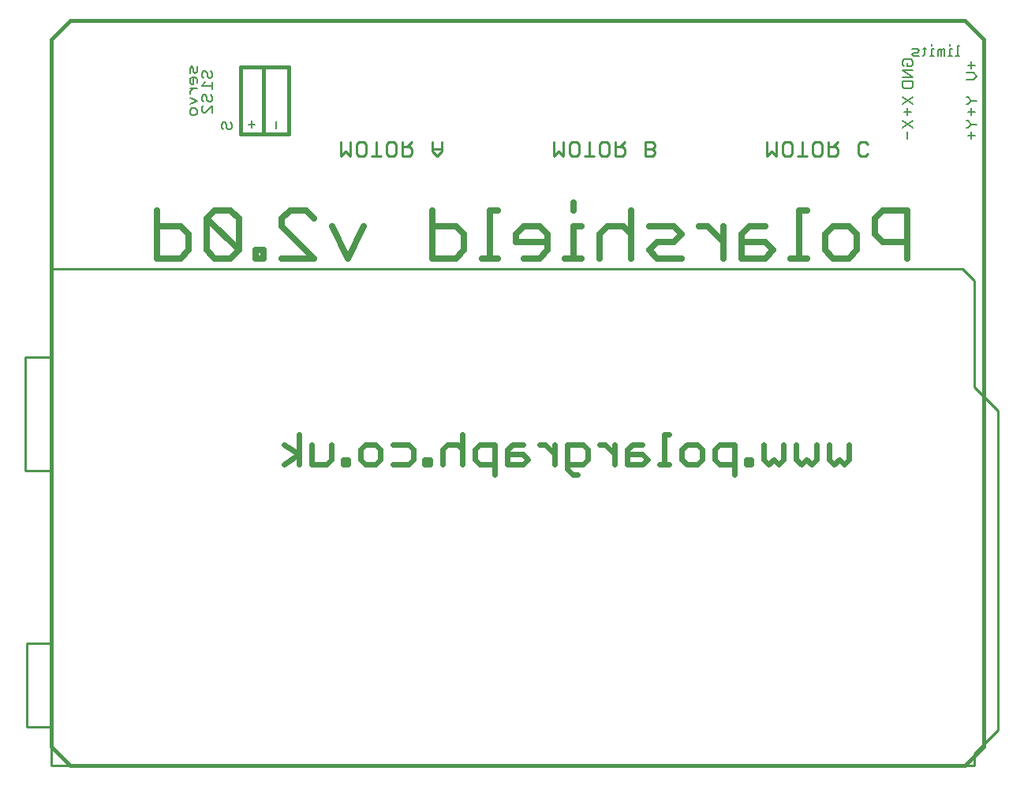
<source format=gbo>
G75*
%MOIN*%
%OFA0B0*%
%FSLAX24Y24*%
%IPPOS*%
%LPD*%
%AMOC8*
5,1,8,0,0,1.08239X$1,22.5*
%
%ADD10C,0.0160*%
%ADD11C,0.0280*%
%ADD12C,0.0230*%
%ADD13C,0.0060*%
%ADD14C,0.0100*%
D10*
X002180Y002467D02*
X002967Y001680D01*
X040763Y001680D01*
X041550Y002467D01*
X041550Y032389D01*
X040763Y033176D01*
X002967Y033176D01*
X002180Y032389D01*
X002180Y002467D01*
X010156Y028372D02*
X010156Y031224D01*
X011141Y031224D01*
X012186Y031224D01*
X012186Y028372D01*
X011141Y028372D01*
X010156Y028372D01*
X011141Y028372D02*
X011141Y031224D01*
D11*
X012249Y025146D02*
X012923Y025146D01*
X013260Y024809D01*
X014030Y024473D02*
X014704Y023125D01*
X015378Y024473D01*
X013260Y023125D02*
X011913Y024473D01*
X011913Y024809D01*
X012249Y025146D01*
X011143Y023462D02*
X010806Y023462D01*
X010806Y023125D01*
X011143Y023125D01*
X011143Y023462D01*
X011913Y023125D02*
X013260Y023125D01*
X010084Y023462D02*
X009747Y023125D01*
X009073Y023125D01*
X008736Y023462D01*
X008736Y024809D01*
X010084Y023462D01*
X010084Y024809D01*
X009747Y025146D01*
X009073Y025146D01*
X008736Y024809D01*
X007966Y024136D02*
X007629Y024473D01*
X006618Y024473D01*
X006618Y025146D02*
X006618Y023125D01*
X007629Y023125D01*
X007966Y023462D01*
X007966Y024136D01*
X018266Y024473D02*
X019277Y024473D01*
X019614Y024136D01*
X019614Y023462D01*
X019277Y023125D01*
X018266Y023125D01*
X018266Y025146D01*
X020689Y025146D02*
X020689Y023125D01*
X021026Y023125D02*
X020352Y023125D01*
X021796Y023799D02*
X021796Y024136D01*
X022133Y024473D01*
X022807Y024473D01*
X023143Y024136D01*
X023143Y023462D01*
X022807Y023125D01*
X022133Y023125D01*
X021796Y023799D02*
X023143Y023799D01*
X023881Y023125D02*
X024555Y023125D01*
X024218Y023125D02*
X024218Y024473D01*
X024555Y024473D01*
X024218Y025146D02*
X024218Y025483D01*
X025325Y024136D02*
X025662Y024473D01*
X026336Y024473D01*
X026673Y024136D01*
X027443Y024473D02*
X028454Y024473D01*
X028791Y024136D01*
X028454Y023799D01*
X027780Y023799D01*
X027443Y023462D01*
X027780Y023125D01*
X028791Y023125D01*
X029545Y024473D02*
X029882Y024473D01*
X030556Y023799D01*
X031326Y023799D02*
X032337Y023799D01*
X032674Y023462D01*
X032337Y023125D01*
X031326Y023125D01*
X031326Y024136D01*
X031663Y024473D01*
X032337Y024473D01*
X033749Y025146D02*
X033749Y023125D01*
X034085Y023125D02*
X033412Y023125D01*
X034855Y023462D02*
X034855Y024136D01*
X035192Y024473D01*
X035866Y024473D01*
X036203Y024136D01*
X036203Y023462D01*
X035866Y023125D01*
X035192Y023125D01*
X034855Y023462D01*
X034085Y025146D02*
X033749Y025146D01*
X030556Y024473D02*
X030556Y023125D01*
X026673Y023125D02*
X026673Y025146D01*
X025325Y024136D02*
X025325Y023125D01*
X021026Y025146D02*
X020689Y025146D01*
X036973Y024809D02*
X036973Y024136D01*
X037310Y023799D01*
X038321Y023799D01*
X038321Y023125D02*
X038321Y025146D01*
X037310Y025146D01*
X036973Y024809D01*
D12*
X028280Y015680D02*
X028068Y015680D01*
X028068Y014409D01*
X028280Y014409D02*
X027856Y014409D01*
X027359Y014621D02*
X027147Y014833D01*
X026511Y014833D01*
X026511Y015045D02*
X026511Y014409D01*
X027147Y014409D01*
X027359Y014621D01*
X027147Y015257D02*
X026723Y015257D01*
X026511Y015045D01*
X025978Y015257D02*
X025978Y014409D01*
X025978Y014833D02*
X025554Y015257D01*
X025342Y015257D01*
X024827Y015045D02*
X024827Y014621D01*
X024615Y014409D01*
X023979Y014409D01*
X023979Y014197D02*
X023979Y015257D01*
X024615Y015257D01*
X024827Y015045D01*
X024403Y013985D02*
X024191Y013985D01*
X023979Y014197D01*
X023445Y014409D02*
X023445Y015257D01*
X023022Y015257D02*
X023445Y014833D01*
X023022Y015257D02*
X022810Y015257D01*
X022083Y015257D02*
X021659Y015257D01*
X021447Y015045D01*
X021447Y014409D01*
X022083Y014409D01*
X022294Y014621D01*
X022083Y014833D01*
X021447Y014833D01*
X020913Y015257D02*
X020278Y015257D01*
X020066Y015045D01*
X020066Y014621D01*
X020278Y014409D01*
X020913Y014409D01*
X020913Y013985D02*
X020913Y015257D01*
X019532Y015045D02*
X019320Y015257D01*
X018897Y015257D01*
X018685Y015045D01*
X018685Y014409D01*
X018151Y014409D02*
X017939Y014409D01*
X017939Y014621D01*
X018151Y014621D01*
X018151Y014409D01*
X017460Y014621D02*
X017248Y014409D01*
X016613Y014409D01*
X016079Y014621D02*
X016079Y015045D01*
X015867Y015257D01*
X015444Y015257D01*
X015232Y015045D01*
X015232Y014621D01*
X015444Y014409D01*
X015867Y014409D01*
X016079Y014621D01*
X016613Y015257D02*
X017248Y015257D01*
X017460Y015045D01*
X017460Y014621D01*
X019532Y014409D02*
X019532Y015680D01*
X014698Y014621D02*
X014486Y014621D01*
X014486Y014409D01*
X014698Y014409D01*
X014698Y014621D01*
X014007Y014621D02*
X013795Y014409D01*
X013160Y014409D01*
X013160Y015257D01*
X012626Y015680D02*
X012626Y014409D01*
X012626Y014833D02*
X011991Y015257D01*
X012626Y014833D02*
X011991Y014409D01*
X014007Y014621D02*
X014007Y015257D01*
X028813Y015045D02*
X028813Y014621D01*
X029025Y014409D01*
X029449Y014409D01*
X029661Y014621D01*
X029661Y015045D01*
X029449Y015257D01*
X029025Y015257D01*
X028813Y015045D01*
X030195Y015045D02*
X030195Y014621D01*
X030406Y014409D01*
X031042Y014409D01*
X031042Y013985D02*
X031042Y015257D01*
X030406Y015257D01*
X030195Y015045D01*
X031521Y014621D02*
X031521Y014409D01*
X031732Y014409D01*
X031732Y014621D01*
X031521Y014621D01*
X032266Y014621D02*
X032266Y015257D01*
X032266Y014621D02*
X032478Y014409D01*
X032690Y014621D01*
X032902Y014409D01*
X033114Y014621D01*
X033114Y015257D01*
X033647Y015257D02*
X033647Y014621D01*
X033859Y014409D01*
X034071Y014621D01*
X034283Y014409D01*
X034495Y014621D01*
X034495Y015257D01*
X035029Y015257D02*
X035029Y014621D01*
X035240Y014409D01*
X035452Y014621D01*
X035664Y014409D01*
X035876Y014621D01*
X035876Y015257D01*
D13*
X038345Y028174D02*
X038345Y028467D01*
X038125Y028634D02*
X038565Y028928D01*
X038565Y028634D02*
X038125Y028928D01*
X038345Y029174D02*
X038345Y029467D01*
X038198Y029320D02*
X038492Y029320D01*
X038565Y029634D02*
X038125Y029928D01*
X038125Y029634D02*
X038565Y029928D01*
X038492Y030313D02*
X038198Y030313D01*
X038125Y030387D01*
X038125Y030607D01*
X038565Y030607D01*
X038565Y030387D01*
X038492Y030313D01*
X038565Y030774D02*
X038125Y030774D01*
X038125Y031067D02*
X038565Y030774D01*
X038565Y031067D02*
X038125Y031067D01*
X038198Y031234D02*
X038125Y031307D01*
X038125Y031454D01*
X038198Y031528D01*
X038492Y031528D01*
X038565Y031454D01*
X038565Y031307D01*
X038492Y031234D01*
X038345Y031234D01*
X038345Y031381D01*
X038614Y031675D02*
X038541Y031749D01*
X038614Y031822D01*
X038761Y031822D01*
X038834Y031896D01*
X038761Y031969D01*
X038541Y031969D01*
X038614Y031675D02*
X038834Y031675D01*
X038994Y031675D02*
X039068Y031749D01*
X039068Y032042D01*
X039141Y031969D02*
X038994Y031969D01*
X039375Y031969D02*
X039375Y031675D01*
X039448Y031675D02*
X039301Y031675D01*
X039375Y031969D02*
X039448Y031969D01*
X039375Y032116D02*
X039375Y032189D01*
X039615Y031896D02*
X039615Y031675D01*
X039762Y031675D02*
X039762Y031896D01*
X039688Y031969D01*
X039615Y031896D01*
X039762Y031896D02*
X039835Y031969D01*
X039909Y031969D01*
X039909Y031675D01*
X040069Y031675D02*
X040216Y031675D01*
X040142Y031675D02*
X040142Y031969D01*
X040216Y031969D01*
X040142Y032116D02*
X040142Y032189D01*
X040449Y032116D02*
X040449Y031675D01*
X040522Y031675D02*
X040376Y031675D01*
X040898Y031281D02*
X041192Y031281D01*
X041045Y031428D02*
X041045Y031134D01*
X041119Y030967D02*
X040825Y030967D01*
X040825Y030674D02*
X041119Y030674D01*
X041265Y030820D01*
X041119Y030967D01*
X040898Y029928D02*
X041045Y029781D01*
X041265Y029781D01*
X041045Y029781D02*
X040898Y029634D01*
X040825Y029634D01*
X041045Y029467D02*
X041045Y029174D01*
X040898Y029320D02*
X041192Y029320D01*
X040898Y029928D02*
X040825Y029928D01*
X040825Y028928D02*
X040898Y028928D01*
X041045Y028781D01*
X041265Y028781D01*
X041045Y028781D02*
X040898Y028634D01*
X040825Y028634D01*
X041045Y028467D02*
X041045Y028174D01*
X040898Y028320D02*
X041192Y028320D01*
X040522Y032116D02*
X040449Y032116D01*
X011669Y028906D02*
X011669Y028613D01*
X010780Y028791D02*
X010486Y028791D01*
X010633Y028938D02*
X010633Y028644D01*
X009789Y028644D02*
X009789Y028791D01*
X009716Y028864D01*
X009569Y028791D02*
X009569Y028644D01*
X009642Y028571D01*
X009716Y028571D01*
X009789Y028644D01*
X009569Y028791D02*
X009495Y028864D01*
X009422Y028864D01*
X009349Y028791D01*
X009349Y028644D01*
X009422Y028571D01*
X008965Y029274D02*
X008965Y029567D01*
X008672Y029274D01*
X008598Y029274D01*
X008525Y029347D01*
X008525Y029494D01*
X008598Y029567D01*
X008598Y029734D02*
X008525Y029807D01*
X008525Y029954D01*
X008598Y030028D01*
X008672Y030028D01*
X008745Y029954D01*
X008745Y029807D01*
X008819Y029734D01*
X008892Y029734D01*
X008965Y029807D01*
X008965Y029954D01*
X008892Y030028D01*
X008970Y030274D02*
X008970Y030567D01*
X008970Y030420D02*
X008530Y030420D01*
X008677Y030567D01*
X008603Y030734D02*
X008530Y030807D01*
X008530Y030954D01*
X008603Y031028D01*
X008677Y031028D01*
X008750Y030954D01*
X008750Y030807D01*
X008824Y030734D01*
X008897Y030734D01*
X008970Y030807D01*
X008970Y030954D01*
X008897Y031028D01*
X008315Y031007D02*
X008242Y030934D01*
X008169Y031007D01*
X008169Y031154D01*
X008095Y031228D01*
X008022Y031154D01*
X008022Y030934D01*
X008095Y030767D02*
X008022Y030694D01*
X008022Y030547D01*
X008095Y030474D01*
X008169Y030474D01*
X008169Y030767D01*
X008242Y030767D02*
X008095Y030767D01*
X008242Y030767D02*
X008315Y030694D01*
X008315Y030547D01*
X008315Y030307D02*
X008022Y030307D01*
X008169Y030307D02*
X008022Y030160D01*
X008022Y030087D01*
X008022Y029923D02*
X008315Y029776D01*
X008022Y029630D01*
X008095Y029463D02*
X008022Y029389D01*
X008022Y029243D01*
X008095Y029169D01*
X008242Y029169D01*
X008315Y029243D01*
X008315Y029389D01*
X008242Y029463D01*
X008095Y029463D01*
X008315Y031007D02*
X008315Y031228D01*
D14*
X002180Y001680D02*
X041180Y001680D01*
X041180Y002180D01*
X042180Y003180D01*
X042180Y016680D01*
X041180Y017680D01*
X041180Y022180D01*
X040680Y022680D01*
X002180Y022680D01*
X002180Y018940D01*
X001078Y018940D01*
X001078Y014137D01*
X002180Y014137D01*
X002180Y001680D01*
X002141Y003310D02*
X001125Y003310D01*
X001125Y006853D01*
X002141Y006853D01*
X002180Y014137D02*
X002180Y018940D01*
X014410Y027452D02*
X014610Y027652D01*
X014810Y027452D01*
X014810Y028053D01*
X015054Y027953D02*
X015054Y027552D01*
X015154Y027452D01*
X015354Y027452D01*
X015454Y027552D01*
X015454Y027953D01*
X015354Y028053D01*
X015154Y028053D01*
X015054Y027953D01*
X014410Y028053D02*
X014410Y027452D01*
X015699Y027452D02*
X016099Y027452D01*
X015899Y027452D02*
X015899Y028053D01*
X016343Y027953D02*
X016343Y027552D01*
X016443Y027452D01*
X016643Y027452D01*
X016744Y027552D01*
X016744Y027953D01*
X016643Y028053D01*
X016443Y028053D01*
X016343Y027953D01*
X016988Y028053D02*
X016988Y027452D01*
X017288Y027452D01*
X017388Y027552D01*
X017388Y027753D01*
X017288Y027853D01*
X016988Y027853D01*
X017188Y027853D02*
X017388Y028053D01*
X018277Y028053D02*
X018277Y027652D01*
X018477Y027452D01*
X018677Y027652D01*
X018677Y028053D01*
X018677Y027753D02*
X018277Y027753D01*
X023410Y028053D02*
X023410Y027452D01*
X023610Y027652D01*
X023810Y027452D01*
X023810Y028053D01*
X024054Y027953D02*
X024154Y028053D01*
X024354Y028053D01*
X024454Y027953D01*
X024454Y027552D01*
X024354Y027452D01*
X024154Y027452D01*
X024054Y027552D01*
X024054Y027953D01*
X024699Y027452D02*
X025099Y027452D01*
X024899Y027452D02*
X024899Y028053D01*
X025343Y027953D02*
X025343Y027552D01*
X025443Y027452D01*
X025643Y027452D01*
X025744Y027552D01*
X025744Y027953D01*
X025643Y028053D01*
X025443Y028053D01*
X025343Y027953D01*
X025988Y028053D02*
X025988Y027452D01*
X026288Y027452D01*
X026388Y027552D01*
X026388Y027753D01*
X026288Y027853D01*
X025988Y027853D01*
X026188Y027853D02*
X026388Y028053D01*
X027277Y028053D02*
X027277Y027452D01*
X027577Y027452D01*
X027677Y027552D01*
X027677Y027652D01*
X027577Y027753D01*
X027277Y027753D01*
X027277Y028053D02*
X027577Y028053D01*
X027677Y027953D01*
X027677Y027853D01*
X027577Y027753D01*
X032410Y028053D02*
X032410Y027452D01*
X032610Y027652D01*
X032810Y027452D01*
X032810Y028053D01*
X033054Y027953D02*
X033054Y027552D01*
X033154Y027452D01*
X033354Y027452D01*
X033454Y027552D01*
X033454Y027953D01*
X033354Y028053D01*
X033154Y028053D01*
X033054Y027953D01*
X033699Y027452D02*
X034099Y027452D01*
X033899Y027452D02*
X033899Y028053D01*
X034343Y027953D02*
X034343Y027552D01*
X034443Y027452D01*
X034643Y027452D01*
X034744Y027552D01*
X034744Y027953D01*
X034643Y028053D01*
X034443Y028053D01*
X034343Y027953D01*
X034988Y028053D02*
X034988Y027452D01*
X035288Y027452D01*
X035388Y027552D01*
X035388Y027753D01*
X035288Y027853D01*
X034988Y027853D01*
X035188Y027853D02*
X035388Y028053D01*
X036277Y027953D02*
X036277Y027552D01*
X036377Y027452D01*
X036577Y027452D01*
X036677Y027552D01*
X036677Y027953D02*
X036577Y028053D01*
X036377Y028053D01*
X036277Y027953D01*
M02*

</source>
